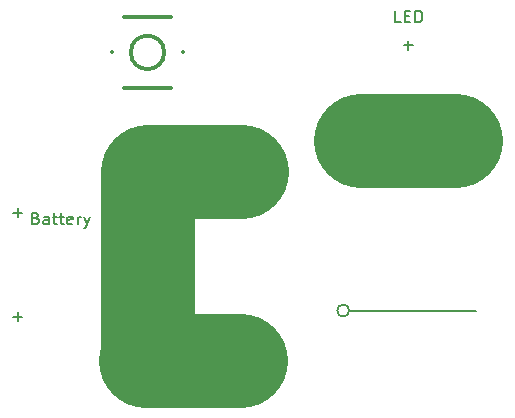
<source format=gto>
%TF.GenerationSoftware,KiCad,Pcbnew,4.0.5-e0-6337~49~ubuntu16.04.1*%
%TF.CreationDate,2017-01-12T22:38:57-08:00*%
%TF.ProjectId,10mmLED-Button-Battery,31306D6D4C45442D427574746F6E2D42,rev?*%
%TF.FileFunction,Legend,Top*%
%FSLAX46Y46*%
G04 Gerber Fmt 4.6, Leading zero omitted, Abs format (unit mm)*
G04 Created by KiCad (PCBNEW 4.0.5-e0-6337~49~ubuntu16.04.1) date Thu Jan 12 22:38:57 2017*
%MOMM*%
%LPD*%
G01*
G04 APERTURE LIST*
%ADD10C,0.350000*%
%ADD11C,8.000000*%
%ADD12C,0.150000*%
%ADD13C,0.152400*%
G04 APERTURE END LIST*
D10*
D11*
X183388000Y-96963500D02*
X175388000Y-96963500D01*
D12*
X180888000Y-95193500D02*
X177888000Y-95193500D01*
D11*
X157301200Y-99568000D02*
X157301200Y-115568000D01*
X165301200Y-99568000D02*
X157301200Y-99568000D01*
X165201200Y-115568000D02*
X157201200Y-115568000D01*
D12*
X155290601Y-92456601D02*
X159290601Y-92456601D01*
X155290601Y-86456601D02*
X159290601Y-86456601D01*
D10*
X154290601Y-89456601D02*
X154290601Y-89456601D01*
X159290601Y-92456601D02*
X155290601Y-92456601D01*
X159290601Y-86456601D02*
X155290601Y-86456601D01*
X160290601Y-89456601D02*
X160290601Y-89456601D01*
X158704815Y-89456601D02*
G75*
G03X158704815Y-89456601I-1414214J0D01*
G01*
D13*
X174434500Y-111379000D02*
X185102500Y-111379000D01*
X174371933Y-111315500D02*
G75*
G03X174371933Y-111315500I-508933J0D01*
G01*
D12*
X178745143Y-86915881D02*
X178268952Y-86915881D01*
X178268952Y-85915881D01*
X179078476Y-86392071D02*
X179411810Y-86392071D01*
X179554667Y-86915881D02*
X179078476Y-86915881D01*
X179078476Y-85915881D01*
X179554667Y-85915881D01*
X179983238Y-86915881D02*
X179983238Y-85915881D01*
X180221333Y-85915881D01*
X180364191Y-85963500D01*
X180459429Y-86058738D01*
X180507048Y-86153976D01*
X180554667Y-86344452D01*
X180554667Y-86487310D01*
X180507048Y-86677786D01*
X180459429Y-86773024D01*
X180364191Y-86868262D01*
X180221333Y-86915881D01*
X179983238Y-86915881D01*
X179007048Y-88834929D02*
X179768953Y-88834929D01*
X179388001Y-89215881D02*
X179388001Y-88453976D01*
X147829771Y-103496571D02*
X147972628Y-103544190D01*
X148020247Y-103591810D01*
X148067866Y-103687048D01*
X148067866Y-103829905D01*
X148020247Y-103925143D01*
X147972628Y-103972762D01*
X147877390Y-104020381D01*
X147496437Y-104020381D01*
X147496437Y-103020381D01*
X147829771Y-103020381D01*
X147925009Y-103068000D01*
X147972628Y-103115619D01*
X148020247Y-103210857D01*
X148020247Y-103306095D01*
X147972628Y-103401333D01*
X147925009Y-103448952D01*
X147829771Y-103496571D01*
X147496437Y-103496571D01*
X148925009Y-104020381D02*
X148925009Y-103496571D01*
X148877390Y-103401333D01*
X148782152Y-103353714D01*
X148591675Y-103353714D01*
X148496437Y-103401333D01*
X148925009Y-103972762D02*
X148829771Y-104020381D01*
X148591675Y-104020381D01*
X148496437Y-103972762D01*
X148448818Y-103877524D01*
X148448818Y-103782286D01*
X148496437Y-103687048D01*
X148591675Y-103639429D01*
X148829771Y-103639429D01*
X148925009Y-103591810D01*
X149258342Y-103353714D02*
X149639294Y-103353714D01*
X149401199Y-103020381D02*
X149401199Y-103877524D01*
X149448818Y-103972762D01*
X149544056Y-104020381D01*
X149639294Y-104020381D01*
X149829771Y-103353714D02*
X150210723Y-103353714D01*
X149972628Y-103020381D02*
X149972628Y-103877524D01*
X150020247Y-103972762D01*
X150115485Y-104020381D01*
X150210723Y-104020381D01*
X150925010Y-103972762D02*
X150829772Y-104020381D01*
X150639295Y-104020381D01*
X150544057Y-103972762D01*
X150496438Y-103877524D01*
X150496438Y-103496571D01*
X150544057Y-103401333D01*
X150639295Y-103353714D01*
X150829772Y-103353714D01*
X150925010Y-103401333D01*
X150972629Y-103496571D01*
X150972629Y-103591810D01*
X150496438Y-103687048D01*
X151401200Y-104020381D02*
X151401200Y-103353714D01*
X151401200Y-103544190D02*
X151448819Y-103448952D01*
X151496438Y-103401333D01*
X151591676Y-103353714D01*
X151686915Y-103353714D01*
X151925010Y-103353714D02*
X152163105Y-104020381D01*
X152401201Y-103353714D02*
X152163105Y-104020381D01*
X152067867Y-104258476D01*
X152020248Y-104306095D01*
X151925010Y-104353714D01*
X145920248Y-111839429D02*
X146682153Y-111839429D01*
X146301201Y-112220381D02*
X146301201Y-111458476D01*
X145920248Y-103039429D02*
X146682153Y-103039429D01*
X146301201Y-103420381D02*
X146301201Y-102658476D01*
M02*

</source>
